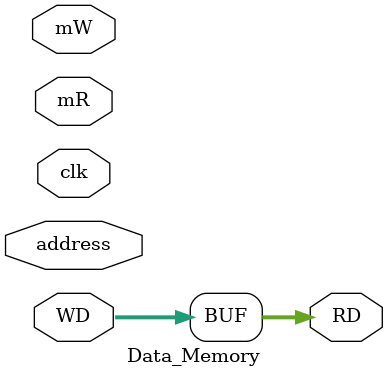
<source format=v>
`timescale 1ns / 1ps
module Data_Memory(
    input clk, mR, mW,
    input [15:0] address, WD,
    output reg [15:0] RD
    );
    always @ (clk)
        begin
            RD = WD;
        end
endmodule

</source>
